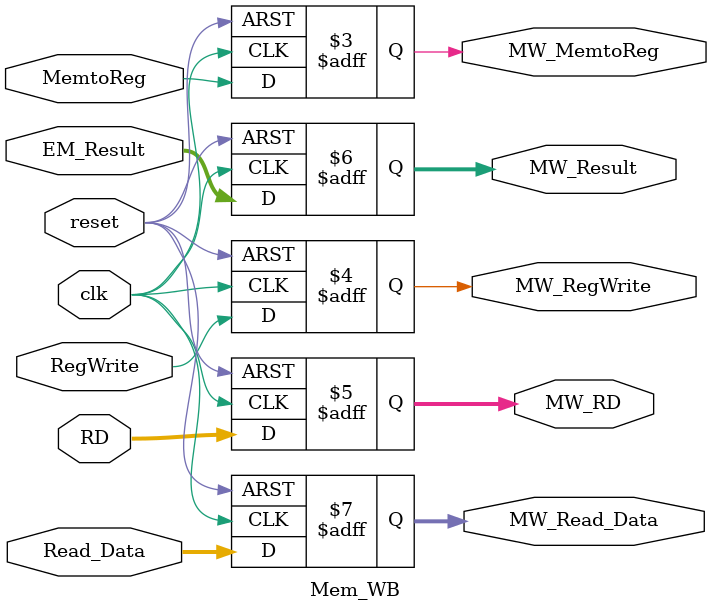
<source format=v>
module Mem_WB(
    input clk, reset,
    input MemtoReg, RegWrite,
    input [4:0] RD,
    input [63:0] EM_Result, Read_Data,
    output reg MW_MemtoReg, MW_RegWrite,
    output reg [4:0] MW_RD, 
    output reg [63:0] MW_Result, MW_Read_Data
    );
    
    always @(posedge clk or posedge reset) begin
        if (reset == 1'b1) begin
            MW_MemtoReg = 1'b0; 
            MW_RegWrite = 1'b0; 
            MW_RD = 5'b0;
            MW_Result = 63'b0; 
            MW_Read_Data = 63'b0;
        end
        else begin
            MW_MemtoReg = MemtoReg; 
            MW_RegWrite = RegWrite; 
            MW_RD = RD;
            MW_Result = EM_Result; 
            MW_Read_Data = Read_Data;
        end 
    end


endmodule

</source>
